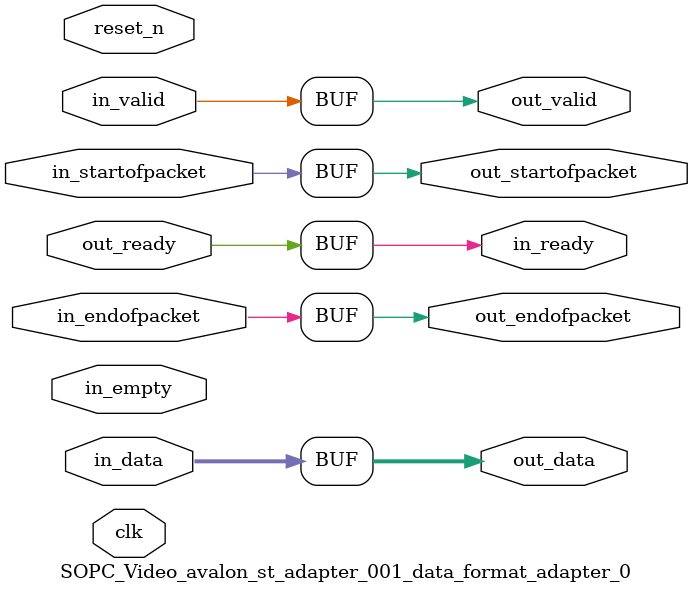
<source format=v>

`timescale 1ns / 100ps
module SOPC_Video_avalon_st_adapter_001_data_format_adapter_0 (
    
      // Interface: clk
      input              clk,
      // Interface: reset
      input              reset_n,
      // Interface: in
      output reg         in_ready,
      input              in_valid,
      input      [ 7: 0] in_data,
      input              in_startofpacket,
      input              in_endofpacket,
      input              in_empty,
      // Interface: out
      input              out_ready,
      output reg         out_valid,
      output reg [ 7: 0] out_data,
      output reg         out_startofpacket,
      output reg         out_endofpacket
);



   always @* begin
      in_ready = out_ready;
      out_valid = in_valid;
      out_data = in_data;
      out_startofpacket = in_startofpacket;
      out_endofpacket = in_endofpacket;


   end

endmodule


</source>
